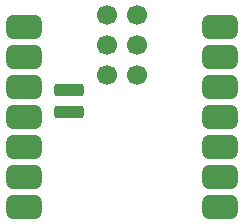
<source format=gbr>
%TF.GenerationSoftware,KiCad,Pcbnew,8.0.4*%
%TF.CreationDate,2025-01-29T23:36:48-05:00*%
%TF.ProjectId,Raidillon,52616964-696c-46c6-9f6e-2e6b69636164,rev?*%
%TF.SameCoordinates,Original*%
%TF.FileFunction,Paste,Top*%
%TF.FilePolarity,Positive*%
%FSLAX46Y46*%
G04 Gerber Fmt 4.6, Leading zero omitted, Abs format (unit mm)*
G04 Created by KiCad (PCBNEW 8.0.4) date 2025-01-29 23:36:48*
%MOMM*%
%LPD*%
G01*
G04 APERTURE LIST*
G04 Aperture macros list*
%AMRoundRect*
0 Rectangle with rounded corners*
0 $1 Rounding radius*
0 $2 $3 $4 $5 $6 $7 $8 $9 X,Y pos of 4 corners*
0 Add a 4 corners polygon primitive as box body*
4,1,4,$2,$3,$4,$5,$6,$7,$8,$9,$2,$3,0*
0 Add four circle primitives for the rounded corners*
1,1,$1+$1,$2,$3*
1,1,$1+$1,$4,$5*
1,1,$1+$1,$6,$7*
1,1,$1+$1,$8,$9*
0 Add four rect primitives between the rounded corners*
20,1,$1+$1,$2,$3,$4,$5,0*
20,1,$1+$1,$4,$5,$6,$7,0*
20,1,$1+$1,$6,$7,$8,$9,0*
20,1,$1+$1,$8,$9,$2,$3,0*%
G04 Aperture macros list end*
%ADD10RoundRect,0.500000X-1.000000X-0.500000X1.000000X-0.500000X1.000000X0.500000X-1.000000X0.500000X0*%
%ADD11RoundRect,0.275000X0.975000X0.275000X-0.975000X0.275000X-0.975000X-0.275000X0.975000X-0.275000X0*%
%ADD12C,1.700000*%
G04 APERTURE END LIST*
D10*
%TO.C,U1*%
X102150000Y-103020000D03*
X102150000Y-105560000D03*
X102150000Y-108100000D03*
X102150000Y-110640000D03*
X102150000Y-113180000D03*
X102150000Y-115720000D03*
X102150000Y-118260000D03*
X118815000Y-118260000D03*
X118815000Y-115720000D03*
X118815000Y-113180000D03*
X118815000Y-110640000D03*
X118815000Y-108100000D03*
X118815000Y-105560000D03*
X118815000Y-103020000D03*
D11*
X106010000Y-110258000D03*
X106010000Y-108353000D03*
D12*
X109185000Y-102008000D03*
X111725000Y-102008000D03*
X109185000Y-104548000D03*
X111725000Y-104548000D03*
X109185000Y-107088000D03*
X111725000Y-107088000D03*
%TD*%
M02*

</source>
